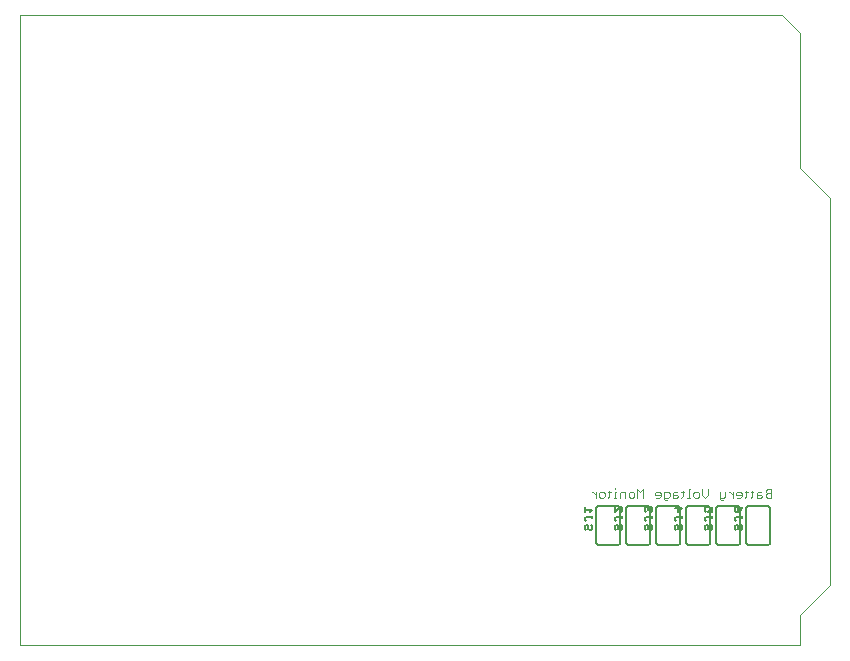
<source format=gbr>
G04 EAGLE Gerber RS-274X export*
G75*
%MOMM*%
%FSLAX34Y34*%
%LPD*%
%INSilkscreen Bottom*%
%IPPOS*%
%AMOC8*
5,1,8,0,0,1.08239X$1,22.5*%
G01*
%ADD10C,0.101600*%
%ADD11C,0.000000*%
%ADD12C,0.203200*%
%ADD13C,0.152400*%


D10*
X635762Y124968D02*
X635762Y132086D01*
X632203Y132086D01*
X631017Y130900D01*
X631017Y129713D01*
X632203Y128527D01*
X631017Y127341D01*
X631017Y126154D01*
X632203Y124968D01*
X635762Y124968D01*
X635762Y128527D02*
X632203Y128527D01*
X627092Y129713D02*
X624719Y129713D01*
X623532Y128527D01*
X623532Y124968D01*
X627092Y124968D01*
X628278Y126154D01*
X627092Y127341D01*
X623532Y127341D01*
X619607Y126154D02*
X619607Y130900D01*
X619607Y126154D02*
X618421Y124968D01*
X618421Y129713D02*
X620794Y129713D01*
X614618Y130900D02*
X614618Y126154D01*
X613432Y124968D01*
X613432Y129713D02*
X615804Y129713D01*
X609628Y124968D02*
X607256Y124968D01*
X609628Y124968D02*
X610815Y126154D01*
X610815Y128527D01*
X609628Y129713D01*
X607256Y129713D01*
X606069Y128527D01*
X606069Y127341D01*
X610815Y127341D01*
X603331Y129713D02*
X603331Y124968D01*
X603331Y127341D02*
X600958Y129713D01*
X599772Y129713D01*
X597094Y129713D02*
X597094Y126154D01*
X595908Y124968D01*
X592349Y124968D01*
X592349Y123782D02*
X592349Y129713D01*
X592349Y123782D02*
X593535Y122595D01*
X594721Y122595D01*
X582126Y127341D02*
X582126Y132086D01*
X582126Y127341D02*
X579753Y124968D01*
X577380Y127341D01*
X577380Y132086D01*
X573455Y124968D02*
X571082Y124968D01*
X569896Y126154D01*
X569896Y128527D01*
X571082Y129713D01*
X573455Y129713D01*
X574641Y128527D01*
X574641Y126154D01*
X573455Y124968D01*
X567157Y132086D02*
X565971Y132086D01*
X565971Y124968D01*
X567157Y124968D02*
X564785Y124968D01*
X560981Y126154D02*
X560981Y130900D01*
X560981Y126154D02*
X559795Y124968D01*
X559795Y129713D02*
X562168Y129713D01*
X555992Y129713D02*
X553619Y129713D01*
X552433Y128527D01*
X552433Y124968D01*
X555992Y124968D01*
X557178Y126154D01*
X555992Y127341D01*
X552433Y127341D01*
X547322Y122595D02*
X546135Y122595D01*
X544949Y123782D01*
X544949Y129713D01*
X548508Y129713D01*
X549694Y128527D01*
X549694Y126154D01*
X548508Y124968D01*
X544949Y124968D01*
X541024Y124968D02*
X538651Y124968D01*
X541024Y124968D02*
X542210Y126154D01*
X542210Y128527D01*
X541024Y129713D01*
X538651Y129713D01*
X537465Y128527D01*
X537465Y127341D01*
X542210Y127341D01*
X527242Y124968D02*
X527242Y132086D01*
X524869Y129713D01*
X522496Y132086D01*
X522496Y124968D01*
X518571Y124968D02*
X516199Y124968D01*
X515012Y126154D01*
X515012Y128527D01*
X516199Y129713D01*
X518571Y129713D01*
X519758Y128527D01*
X519758Y126154D01*
X518571Y124968D01*
X512273Y124968D02*
X512273Y129713D01*
X508714Y129713D01*
X507528Y128527D01*
X507528Y124968D01*
X504789Y129713D02*
X503603Y129713D01*
X503603Y124968D01*
X504789Y124968D02*
X502417Y124968D01*
X503603Y132086D02*
X503603Y133272D01*
X498614Y130900D02*
X498614Y126154D01*
X497427Y124968D01*
X497427Y129713D02*
X499800Y129713D01*
X493624Y124968D02*
X491251Y124968D01*
X490065Y126154D01*
X490065Y128527D01*
X491251Y129713D01*
X493624Y129713D01*
X494810Y128527D01*
X494810Y126154D01*
X493624Y124968D01*
X487326Y124968D02*
X487326Y129713D01*
X487326Y127341D02*
X484954Y129713D01*
X483767Y129713D01*
D11*
X660400Y0D02*
X0Y0D01*
X660400Y0D02*
X660400Y25400D01*
X685800Y50800D01*
X685800Y378460D01*
X660400Y403860D01*
X660400Y518160D01*
X645160Y533400D01*
X0Y533400D01*
X0Y0D01*
D12*
X508000Y87630D02*
X508000Y115570D01*
X487680Y87630D02*
X487682Y87530D01*
X487688Y87431D01*
X487698Y87331D01*
X487711Y87233D01*
X487729Y87134D01*
X487750Y87037D01*
X487775Y86941D01*
X487804Y86845D01*
X487837Y86751D01*
X487873Y86658D01*
X487913Y86567D01*
X487957Y86477D01*
X488004Y86389D01*
X488054Y86303D01*
X488108Y86219D01*
X488165Y86137D01*
X488225Y86058D01*
X488289Y85980D01*
X488355Y85906D01*
X488424Y85834D01*
X488496Y85765D01*
X488570Y85699D01*
X488648Y85635D01*
X488727Y85575D01*
X488809Y85518D01*
X488893Y85464D01*
X488979Y85414D01*
X489067Y85367D01*
X489157Y85323D01*
X489248Y85283D01*
X489341Y85247D01*
X489435Y85214D01*
X489531Y85185D01*
X489627Y85160D01*
X489724Y85139D01*
X489823Y85121D01*
X489921Y85108D01*
X490021Y85098D01*
X490120Y85092D01*
X490220Y85090D01*
X487680Y115570D02*
X487682Y115670D01*
X487688Y115769D01*
X487698Y115869D01*
X487711Y115967D01*
X487729Y116066D01*
X487750Y116163D01*
X487775Y116259D01*
X487804Y116355D01*
X487837Y116449D01*
X487873Y116542D01*
X487913Y116633D01*
X487957Y116723D01*
X488004Y116811D01*
X488054Y116897D01*
X488108Y116981D01*
X488165Y117063D01*
X488225Y117142D01*
X488289Y117220D01*
X488355Y117294D01*
X488424Y117366D01*
X488496Y117435D01*
X488570Y117501D01*
X488648Y117565D01*
X488727Y117625D01*
X488809Y117682D01*
X488893Y117736D01*
X488979Y117786D01*
X489067Y117833D01*
X489157Y117877D01*
X489248Y117917D01*
X489341Y117953D01*
X489435Y117986D01*
X489531Y118015D01*
X489627Y118040D01*
X489724Y118061D01*
X489823Y118079D01*
X489921Y118092D01*
X490021Y118102D01*
X490120Y118108D01*
X490220Y118110D01*
X505460Y118110D02*
X505560Y118108D01*
X505659Y118102D01*
X505759Y118092D01*
X505857Y118079D01*
X505956Y118061D01*
X506053Y118040D01*
X506149Y118015D01*
X506245Y117986D01*
X506339Y117953D01*
X506432Y117917D01*
X506523Y117877D01*
X506613Y117833D01*
X506701Y117786D01*
X506787Y117736D01*
X506871Y117682D01*
X506953Y117625D01*
X507032Y117565D01*
X507110Y117501D01*
X507184Y117435D01*
X507256Y117366D01*
X507325Y117294D01*
X507391Y117220D01*
X507455Y117142D01*
X507515Y117063D01*
X507572Y116981D01*
X507626Y116897D01*
X507676Y116811D01*
X507723Y116723D01*
X507767Y116633D01*
X507807Y116542D01*
X507843Y116449D01*
X507876Y116355D01*
X507905Y116259D01*
X507930Y116163D01*
X507951Y116066D01*
X507969Y115967D01*
X507982Y115869D01*
X507992Y115769D01*
X507998Y115670D01*
X508000Y115570D01*
X508000Y87630D02*
X507998Y87530D01*
X507992Y87431D01*
X507982Y87331D01*
X507969Y87233D01*
X507951Y87134D01*
X507930Y87037D01*
X507905Y86941D01*
X507876Y86845D01*
X507843Y86751D01*
X507807Y86658D01*
X507767Y86567D01*
X507723Y86477D01*
X507676Y86389D01*
X507626Y86303D01*
X507572Y86219D01*
X507515Y86137D01*
X507455Y86058D01*
X507391Y85980D01*
X507325Y85906D01*
X507256Y85834D01*
X507184Y85765D01*
X507110Y85699D01*
X507032Y85635D01*
X506953Y85575D01*
X506871Y85518D01*
X506787Y85464D01*
X506701Y85414D01*
X506613Y85367D01*
X506523Y85323D01*
X506432Y85283D01*
X506339Y85247D01*
X506245Y85214D01*
X506149Y85185D01*
X506053Y85160D01*
X505956Y85139D01*
X505857Y85121D01*
X505759Y85108D01*
X505659Y85098D01*
X505560Y85092D01*
X505460Y85090D01*
X490220Y85090D01*
X490220Y118110D02*
X505460Y118110D01*
X487680Y115570D02*
X487680Y87630D01*
D13*
X484384Y100994D02*
X483282Y102096D01*
X484384Y100994D02*
X484384Y98791D01*
X483282Y97690D01*
X482180Y97690D01*
X481079Y98791D01*
X481079Y100994D01*
X479977Y102096D01*
X478876Y102096D01*
X477774Y100994D01*
X477774Y98791D01*
X478876Y97690D01*
X478876Y105174D02*
X477774Y106275D01*
X477774Y107377D01*
X478876Y108479D01*
X484384Y108479D01*
X484384Y109580D02*
X484384Y107377D01*
X482180Y112658D02*
X484384Y114861D01*
X477774Y114861D01*
X477774Y112658D02*
X477774Y117064D01*
D12*
X533400Y115570D02*
X533400Y87630D01*
X515620Y85090D02*
X515520Y85092D01*
X515421Y85098D01*
X515321Y85108D01*
X515223Y85121D01*
X515124Y85139D01*
X515027Y85160D01*
X514931Y85185D01*
X514835Y85214D01*
X514741Y85247D01*
X514648Y85283D01*
X514557Y85323D01*
X514467Y85367D01*
X514379Y85414D01*
X514293Y85464D01*
X514209Y85518D01*
X514127Y85575D01*
X514048Y85635D01*
X513970Y85699D01*
X513896Y85765D01*
X513824Y85834D01*
X513755Y85906D01*
X513689Y85980D01*
X513625Y86058D01*
X513565Y86137D01*
X513508Y86219D01*
X513454Y86303D01*
X513404Y86389D01*
X513357Y86477D01*
X513313Y86567D01*
X513273Y86658D01*
X513237Y86751D01*
X513204Y86845D01*
X513175Y86941D01*
X513150Y87037D01*
X513129Y87134D01*
X513111Y87233D01*
X513098Y87331D01*
X513088Y87431D01*
X513082Y87530D01*
X513080Y87630D01*
X513080Y115570D02*
X513082Y115670D01*
X513088Y115769D01*
X513098Y115869D01*
X513111Y115967D01*
X513129Y116066D01*
X513150Y116163D01*
X513175Y116259D01*
X513204Y116355D01*
X513237Y116449D01*
X513273Y116542D01*
X513313Y116633D01*
X513357Y116723D01*
X513404Y116811D01*
X513454Y116897D01*
X513508Y116981D01*
X513565Y117063D01*
X513625Y117142D01*
X513689Y117220D01*
X513755Y117294D01*
X513824Y117366D01*
X513896Y117435D01*
X513970Y117501D01*
X514048Y117565D01*
X514127Y117625D01*
X514209Y117682D01*
X514293Y117736D01*
X514379Y117786D01*
X514467Y117833D01*
X514557Y117877D01*
X514648Y117917D01*
X514741Y117953D01*
X514835Y117986D01*
X514931Y118015D01*
X515027Y118040D01*
X515124Y118061D01*
X515223Y118079D01*
X515321Y118092D01*
X515421Y118102D01*
X515520Y118108D01*
X515620Y118110D01*
X530860Y118110D02*
X530960Y118108D01*
X531059Y118102D01*
X531159Y118092D01*
X531257Y118079D01*
X531356Y118061D01*
X531453Y118040D01*
X531549Y118015D01*
X531645Y117986D01*
X531739Y117953D01*
X531832Y117917D01*
X531923Y117877D01*
X532013Y117833D01*
X532101Y117786D01*
X532187Y117736D01*
X532271Y117682D01*
X532353Y117625D01*
X532432Y117565D01*
X532510Y117501D01*
X532584Y117435D01*
X532656Y117366D01*
X532725Y117294D01*
X532791Y117220D01*
X532855Y117142D01*
X532915Y117063D01*
X532972Y116981D01*
X533026Y116897D01*
X533076Y116811D01*
X533123Y116723D01*
X533167Y116633D01*
X533207Y116542D01*
X533243Y116449D01*
X533276Y116355D01*
X533305Y116259D01*
X533330Y116163D01*
X533351Y116066D01*
X533369Y115967D01*
X533382Y115869D01*
X533392Y115769D01*
X533398Y115670D01*
X533400Y115570D01*
X533400Y87630D02*
X533398Y87530D01*
X533392Y87431D01*
X533382Y87331D01*
X533369Y87233D01*
X533351Y87134D01*
X533330Y87037D01*
X533305Y86941D01*
X533276Y86845D01*
X533243Y86751D01*
X533207Y86658D01*
X533167Y86567D01*
X533123Y86477D01*
X533076Y86389D01*
X533026Y86303D01*
X532972Y86219D01*
X532915Y86137D01*
X532855Y86058D01*
X532791Y85980D01*
X532725Y85906D01*
X532656Y85834D01*
X532584Y85765D01*
X532510Y85699D01*
X532432Y85635D01*
X532353Y85575D01*
X532271Y85518D01*
X532187Y85464D01*
X532101Y85414D01*
X532013Y85367D01*
X531923Y85323D01*
X531832Y85283D01*
X531739Y85247D01*
X531645Y85214D01*
X531549Y85185D01*
X531453Y85160D01*
X531356Y85139D01*
X531257Y85121D01*
X531159Y85108D01*
X531059Y85098D01*
X530960Y85092D01*
X530860Y85090D01*
X515620Y85090D01*
X515620Y118110D02*
X530860Y118110D01*
X513080Y115570D02*
X513080Y87630D01*
D13*
X509784Y100994D02*
X508682Y102096D01*
X509784Y100994D02*
X509784Y98791D01*
X508682Y97690D01*
X507580Y97690D01*
X506479Y98791D01*
X506479Y100994D01*
X505377Y102096D01*
X504276Y102096D01*
X503174Y100994D01*
X503174Y98791D01*
X504276Y97690D01*
X504276Y105174D02*
X503174Y106275D01*
X503174Y107377D01*
X504276Y108479D01*
X509784Y108479D01*
X509784Y109580D02*
X509784Y107377D01*
X503174Y112658D02*
X503174Y117064D01*
X503174Y112658D02*
X507580Y117064D01*
X508682Y117064D01*
X509784Y115963D01*
X509784Y113759D01*
X508682Y112658D01*
D12*
X558800Y115570D02*
X558800Y87630D01*
X541020Y85090D02*
X540920Y85092D01*
X540821Y85098D01*
X540721Y85108D01*
X540623Y85121D01*
X540524Y85139D01*
X540427Y85160D01*
X540331Y85185D01*
X540235Y85214D01*
X540141Y85247D01*
X540048Y85283D01*
X539957Y85323D01*
X539867Y85367D01*
X539779Y85414D01*
X539693Y85464D01*
X539609Y85518D01*
X539527Y85575D01*
X539448Y85635D01*
X539370Y85699D01*
X539296Y85765D01*
X539224Y85834D01*
X539155Y85906D01*
X539089Y85980D01*
X539025Y86058D01*
X538965Y86137D01*
X538908Y86219D01*
X538854Y86303D01*
X538804Y86389D01*
X538757Y86477D01*
X538713Y86567D01*
X538673Y86658D01*
X538637Y86751D01*
X538604Y86845D01*
X538575Y86941D01*
X538550Y87037D01*
X538529Y87134D01*
X538511Y87233D01*
X538498Y87331D01*
X538488Y87431D01*
X538482Y87530D01*
X538480Y87630D01*
X538480Y115570D02*
X538482Y115670D01*
X538488Y115769D01*
X538498Y115869D01*
X538511Y115967D01*
X538529Y116066D01*
X538550Y116163D01*
X538575Y116259D01*
X538604Y116355D01*
X538637Y116449D01*
X538673Y116542D01*
X538713Y116633D01*
X538757Y116723D01*
X538804Y116811D01*
X538854Y116897D01*
X538908Y116981D01*
X538965Y117063D01*
X539025Y117142D01*
X539089Y117220D01*
X539155Y117294D01*
X539224Y117366D01*
X539296Y117435D01*
X539370Y117501D01*
X539448Y117565D01*
X539527Y117625D01*
X539609Y117682D01*
X539693Y117736D01*
X539779Y117786D01*
X539867Y117833D01*
X539957Y117877D01*
X540048Y117917D01*
X540141Y117953D01*
X540235Y117986D01*
X540331Y118015D01*
X540427Y118040D01*
X540524Y118061D01*
X540623Y118079D01*
X540721Y118092D01*
X540821Y118102D01*
X540920Y118108D01*
X541020Y118110D01*
X556260Y118110D02*
X556360Y118108D01*
X556459Y118102D01*
X556559Y118092D01*
X556657Y118079D01*
X556756Y118061D01*
X556853Y118040D01*
X556949Y118015D01*
X557045Y117986D01*
X557139Y117953D01*
X557232Y117917D01*
X557323Y117877D01*
X557413Y117833D01*
X557501Y117786D01*
X557587Y117736D01*
X557671Y117682D01*
X557753Y117625D01*
X557832Y117565D01*
X557910Y117501D01*
X557984Y117435D01*
X558056Y117366D01*
X558125Y117294D01*
X558191Y117220D01*
X558255Y117142D01*
X558315Y117063D01*
X558372Y116981D01*
X558426Y116897D01*
X558476Y116811D01*
X558523Y116723D01*
X558567Y116633D01*
X558607Y116542D01*
X558643Y116449D01*
X558676Y116355D01*
X558705Y116259D01*
X558730Y116163D01*
X558751Y116066D01*
X558769Y115967D01*
X558782Y115869D01*
X558792Y115769D01*
X558798Y115670D01*
X558800Y115570D01*
X558800Y87630D02*
X558798Y87530D01*
X558792Y87431D01*
X558782Y87331D01*
X558769Y87233D01*
X558751Y87134D01*
X558730Y87037D01*
X558705Y86941D01*
X558676Y86845D01*
X558643Y86751D01*
X558607Y86658D01*
X558567Y86567D01*
X558523Y86477D01*
X558476Y86389D01*
X558426Y86303D01*
X558372Y86219D01*
X558315Y86137D01*
X558255Y86058D01*
X558191Y85980D01*
X558125Y85906D01*
X558056Y85834D01*
X557984Y85765D01*
X557910Y85699D01*
X557832Y85635D01*
X557753Y85575D01*
X557671Y85518D01*
X557587Y85464D01*
X557501Y85414D01*
X557413Y85367D01*
X557323Y85323D01*
X557232Y85283D01*
X557139Y85247D01*
X557045Y85214D01*
X556949Y85185D01*
X556853Y85160D01*
X556756Y85139D01*
X556657Y85121D01*
X556559Y85108D01*
X556459Y85098D01*
X556360Y85092D01*
X556260Y85090D01*
X541020Y85090D01*
X541020Y118110D02*
X556260Y118110D01*
X538480Y115570D02*
X538480Y87630D01*
D13*
X535184Y100994D02*
X534082Y102096D01*
X535184Y100994D02*
X535184Y98791D01*
X534082Y97690D01*
X532980Y97690D01*
X531879Y98791D01*
X531879Y100994D01*
X530777Y102096D01*
X529676Y102096D01*
X528574Y100994D01*
X528574Y98791D01*
X529676Y97690D01*
X529676Y105174D02*
X528574Y106275D01*
X528574Y107377D01*
X529676Y108479D01*
X535184Y108479D01*
X535184Y109580D02*
X535184Y107377D01*
X534082Y112658D02*
X535184Y113759D01*
X535184Y115963D01*
X534082Y117064D01*
X532980Y117064D01*
X531879Y115963D01*
X531879Y114861D01*
X531879Y115963D02*
X530777Y117064D01*
X529676Y117064D01*
X528574Y115963D01*
X528574Y113759D01*
X529676Y112658D01*
D12*
X584200Y115570D02*
X584200Y87630D01*
X566420Y85090D02*
X566320Y85092D01*
X566221Y85098D01*
X566121Y85108D01*
X566023Y85121D01*
X565924Y85139D01*
X565827Y85160D01*
X565731Y85185D01*
X565635Y85214D01*
X565541Y85247D01*
X565448Y85283D01*
X565357Y85323D01*
X565267Y85367D01*
X565179Y85414D01*
X565093Y85464D01*
X565009Y85518D01*
X564927Y85575D01*
X564848Y85635D01*
X564770Y85699D01*
X564696Y85765D01*
X564624Y85834D01*
X564555Y85906D01*
X564489Y85980D01*
X564425Y86058D01*
X564365Y86137D01*
X564308Y86219D01*
X564254Y86303D01*
X564204Y86389D01*
X564157Y86477D01*
X564113Y86567D01*
X564073Y86658D01*
X564037Y86751D01*
X564004Y86845D01*
X563975Y86941D01*
X563950Y87037D01*
X563929Y87134D01*
X563911Y87233D01*
X563898Y87331D01*
X563888Y87431D01*
X563882Y87530D01*
X563880Y87630D01*
X563880Y115570D02*
X563882Y115670D01*
X563888Y115769D01*
X563898Y115869D01*
X563911Y115967D01*
X563929Y116066D01*
X563950Y116163D01*
X563975Y116259D01*
X564004Y116355D01*
X564037Y116449D01*
X564073Y116542D01*
X564113Y116633D01*
X564157Y116723D01*
X564204Y116811D01*
X564254Y116897D01*
X564308Y116981D01*
X564365Y117063D01*
X564425Y117142D01*
X564489Y117220D01*
X564555Y117294D01*
X564624Y117366D01*
X564696Y117435D01*
X564770Y117501D01*
X564848Y117565D01*
X564927Y117625D01*
X565009Y117682D01*
X565093Y117736D01*
X565179Y117786D01*
X565267Y117833D01*
X565357Y117877D01*
X565448Y117917D01*
X565541Y117953D01*
X565635Y117986D01*
X565731Y118015D01*
X565827Y118040D01*
X565924Y118061D01*
X566023Y118079D01*
X566121Y118092D01*
X566221Y118102D01*
X566320Y118108D01*
X566420Y118110D01*
X581660Y118110D02*
X581760Y118108D01*
X581859Y118102D01*
X581959Y118092D01*
X582057Y118079D01*
X582156Y118061D01*
X582253Y118040D01*
X582349Y118015D01*
X582445Y117986D01*
X582539Y117953D01*
X582632Y117917D01*
X582723Y117877D01*
X582813Y117833D01*
X582901Y117786D01*
X582987Y117736D01*
X583071Y117682D01*
X583153Y117625D01*
X583232Y117565D01*
X583310Y117501D01*
X583384Y117435D01*
X583456Y117366D01*
X583525Y117294D01*
X583591Y117220D01*
X583655Y117142D01*
X583715Y117063D01*
X583772Y116981D01*
X583826Y116897D01*
X583876Y116811D01*
X583923Y116723D01*
X583967Y116633D01*
X584007Y116542D01*
X584043Y116449D01*
X584076Y116355D01*
X584105Y116259D01*
X584130Y116163D01*
X584151Y116066D01*
X584169Y115967D01*
X584182Y115869D01*
X584192Y115769D01*
X584198Y115670D01*
X584200Y115570D01*
X584200Y87630D02*
X584198Y87530D01*
X584192Y87431D01*
X584182Y87331D01*
X584169Y87233D01*
X584151Y87134D01*
X584130Y87037D01*
X584105Y86941D01*
X584076Y86845D01*
X584043Y86751D01*
X584007Y86658D01*
X583967Y86567D01*
X583923Y86477D01*
X583876Y86389D01*
X583826Y86303D01*
X583772Y86219D01*
X583715Y86137D01*
X583655Y86058D01*
X583591Y85980D01*
X583525Y85906D01*
X583456Y85834D01*
X583384Y85765D01*
X583310Y85699D01*
X583232Y85635D01*
X583153Y85575D01*
X583071Y85518D01*
X582987Y85464D01*
X582901Y85414D01*
X582813Y85367D01*
X582723Y85323D01*
X582632Y85283D01*
X582539Y85247D01*
X582445Y85214D01*
X582349Y85185D01*
X582253Y85160D01*
X582156Y85139D01*
X582057Y85121D01*
X581959Y85108D01*
X581859Y85098D01*
X581760Y85092D01*
X581660Y85090D01*
X566420Y85090D01*
X566420Y118110D02*
X581660Y118110D01*
X563880Y115570D02*
X563880Y87630D01*
D13*
X560584Y100994D02*
X559482Y102096D01*
X560584Y100994D02*
X560584Y98791D01*
X559482Y97690D01*
X558380Y97690D01*
X557279Y98791D01*
X557279Y100994D01*
X556177Y102096D01*
X555076Y102096D01*
X553974Y100994D01*
X553974Y98791D01*
X555076Y97690D01*
X555076Y105174D02*
X553974Y106275D01*
X553974Y107377D01*
X555076Y108479D01*
X560584Y108479D01*
X560584Y109580D02*
X560584Y107377D01*
X560584Y115963D02*
X553974Y115963D01*
X557279Y112658D02*
X560584Y115963D01*
X557279Y117064D02*
X557279Y112658D01*
D12*
X609600Y115570D02*
X609600Y87630D01*
X591820Y85090D02*
X591720Y85092D01*
X591621Y85098D01*
X591521Y85108D01*
X591423Y85121D01*
X591324Y85139D01*
X591227Y85160D01*
X591131Y85185D01*
X591035Y85214D01*
X590941Y85247D01*
X590848Y85283D01*
X590757Y85323D01*
X590667Y85367D01*
X590579Y85414D01*
X590493Y85464D01*
X590409Y85518D01*
X590327Y85575D01*
X590248Y85635D01*
X590170Y85699D01*
X590096Y85765D01*
X590024Y85834D01*
X589955Y85906D01*
X589889Y85980D01*
X589825Y86058D01*
X589765Y86137D01*
X589708Y86219D01*
X589654Y86303D01*
X589604Y86389D01*
X589557Y86477D01*
X589513Y86567D01*
X589473Y86658D01*
X589437Y86751D01*
X589404Y86845D01*
X589375Y86941D01*
X589350Y87037D01*
X589329Y87134D01*
X589311Y87233D01*
X589298Y87331D01*
X589288Y87431D01*
X589282Y87530D01*
X589280Y87630D01*
X589280Y115570D02*
X589282Y115670D01*
X589288Y115769D01*
X589298Y115869D01*
X589311Y115967D01*
X589329Y116066D01*
X589350Y116163D01*
X589375Y116259D01*
X589404Y116355D01*
X589437Y116449D01*
X589473Y116542D01*
X589513Y116633D01*
X589557Y116723D01*
X589604Y116811D01*
X589654Y116897D01*
X589708Y116981D01*
X589765Y117063D01*
X589825Y117142D01*
X589889Y117220D01*
X589955Y117294D01*
X590024Y117366D01*
X590096Y117435D01*
X590170Y117501D01*
X590248Y117565D01*
X590327Y117625D01*
X590409Y117682D01*
X590493Y117736D01*
X590579Y117786D01*
X590667Y117833D01*
X590757Y117877D01*
X590848Y117917D01*
X590941Y117953D01*
X591035Y117986D01*
X591131Y118015D01*
X591227Y118040D01*
X591324Y118061D01*
X591423Y118079D01*
X591521Y118092D01*
X591621Y118102D01*
X591720Y118108D01*
X591820Y118110D01*
X607060Y118110D02*
X607160Y118108D01*
X607259Y118102D01*
X607359Y118092D01*
X607457Y118079D01*
X607556Y118061D01*
X607653Y118040D01*
X607749Y118015D01*
X607845Y117986D01*
X607939Y117953D01*
X608032Y117917D01*
X608123Y117877D01*
X608213Y117833D01*
X608301Y117786D01*
X608387Y117736D01*
X608471Y117682D01*
X608553Y117625D01*
X608632Y117565D01*
X608710Y117501D01*
X608784Y117435D01*
X608856Y117366D01*
X608925Y117294D01*
X608991Y117220D01*
X609055Y117142D01*
X609115Y117063D01*
X609172Y116981D01*
X609226Y116897D01*
X609276Y116811D01*
X609323Y116723D01*
X609367Y116633D01*
X609407Y116542D01*
X609443Y116449D01*
X609476Y116355D01*
X609505Y116259D01*
X609530Y116163D01*
X609551Y116066D01*
X609569Y115967D01*
X609582Y115869D01*
X609592Y115769D01*
X609598Y115670D01*
X609600Y115570D01*
X609600Y87630D02*
X609598Y87530D01*
X609592Y87431D01*
X609582Y87331D01*
X609569Y87233D01*
X609551Y87134D01*
X609530Y87037D01*
X609505Y86941D01*
X609476Y86845D01*
X609443Y86751D01*
X609407Y86658D01*
X609367Y86567D01*
X609323Y86477D01*
X609276Y86389D01*
X609226Y86303D01*
X609172Y86219D01*
X609115Y86137D01*
X609055Y86058D01*
X608991Y85980D01*
X608925Y85906D01*
X608856Y85834D01*
X608784Y85765D01*
X608710Y85699D01*
X608632Y85635D01*
X608553Y85575D01*
X608471Y85518D01*
X608387Y85464D01*
X608301Y85414D01*
X608213Y85367D01*
X608123Y85323D01*
X608032Y85283D01*
X607939Y85247D01*
X607845Y85214D01*
X607749Y85185D01*
X607653Y85160D01*
X607556Y85139D01*
X607457Y85121D01*
X607359Y85108D01*
X607259Y85098D01*
X607160Y85092D01*
X607060Y85090D01*
X591820Y85090D01*
X591820Y118110D02*
X607060Y118110D01*
X589280Y115570D02*
X589280Y87630D01*
D13*
X585984Y100994D02*
X584882Y102096D01*
X585984Y100994D02*
X585984Y98791D01*
X584882Y97690D01*
X583780Y97690D01*
X582679Y98791D01*
X582679Y100994D01*
X581577Y102096D01*
X580476Y102096D01*
X579374Y100994D01*
X579374Y98791D01*
X580476Y97690D01*
X580476Y105174D02*
X579374Y106275D01*
X579374Y107377D01*
X580476Y108479D01*
X585984Y108479D01*
X585984Y109580D02*
X585984Y107377D01*
X585984Y112658D02*
X585984Y117064D01*
X585984Y112658D02*
X582679Y112658D01*
X583780Y114861D01*
X583780Y115963D01*
X582679Y117064D01*
X580476Y117064D01*
X579374Y115963D01*
X579374Y113759D01*
X580476Y112658D01*
D12*
X635000Y115570D02*
X635000Y87630D01*
X617220Y85090D02*
X617120Y85092D01*
X617021Y85098D01*
X616921Y85108D01*
X616823Y85121D01*
X616724Y85139D01*
X616627Y85160D01*
X616531Y85185D01*
X616435Y85214D01*
X616341Y85247D01*
X616248Y85283D01*
X616157Y85323D01*
X616067Y85367D01*
X615979Y85414D01*
X615893Y85464D01*
X615809Y85518D01*
X615727Y85575D01*
X615648Y85635D01*
X615570Y85699D01*
X615496Y85765D01*
X615424Y85834D01*
X615355Y85906D01*
X615289Y85980D01*
X615225Y86058D01*
X615165Y86137D01*
X615108Y86219D01*
X615054Y86303D01*
X615004Y86389D01*
X614957Y86477D01*
X614913Y86567D01*
X614873Y86658D01*
X614837Y86751D01*
X614804Y86845D01*
X614775Y86941D01*
X614750Y87037D01*
X614729Y87134D01*
X614711Y87233D01*
X614698Y87331D01*
X614688Y87431D01*
X614682Y87530D01*
X614680Y87630D01*
X614680Y115570D02*
X614682Y115670D01*
X614688Y115769D01*
X614698Y115869D01*
X614711Y115967D01*
X614729Y116066D01*
X614750Y116163D01*
X614775Y116259D01*
X614804Y116355D01*
X614837Y116449D01*
X614873Y116542D01*
X614913Y116633D01*
X614957Y116723D01*
X615004Y116811D01*
X615054Y116897D01*
X615108Y116981D01*
X615165Y117063D01*
X615225Y117142D01*
X615289Y117220D01*
X615355Y117294D01*
X615424Y117366D01*
X615496Y117435D01*
X615570Y117501D01*
X615648Y117565D01*
X615727Y117625D01*
X615809Y117682D01*
X615893Y117736D01*
X615979Y117786D01*
X616067Y117833D01*
X616157Y117877D01*
X616248Y117917D01*
X616341Y117953D01*
X616435Y117986D01*
X616531Y118015D01*
X616627Y118040D01*
X616724Y118061D01*
X616823Y118079D01*
X616921Y118092D01*
X617021Y118102D01*
X617120Y118108D01*
X617220Y118110D01*
X632460Y118110D02*
X632560Y118108D01*
X632659Y118102D01*
X632759Y118092D01*
X632857Y118079D01*
X632956Y118061D01*
X633053Y118040D01*
X633149Y118015D01*
X633245Y117986D01*
X633339Y117953D01*
X633432Y117917D01*
X633523Y117877D01*
X633613Y117833D01*
X633701Y117786D01*
X633787Y117736D01*
X633871Y117682D01*
X633953Y117625D01*
X634032Y117565D01*
X634110Y117501D01*
X634184Y117435D01*
X634256Y117366D01*
X634325Y117294D01*
X634391Y117220D01*
X634455Y117142D01*
X634515Y117063D01*
X634572Y116981D01*
X634626Y116897D01*
X634676Y116811D01*
X634723Y116723D01*
X634767Y116633D01*
X634807Y116542D01*
X634843Y116449D01*
X634876Y116355D01*
X634905Y116259D01*
X634930Y116163D01*
X634951Y116066D01*
X634969Y115967D01*
X634982Y115869D01*
X634992Y115769D01*
X634998Y115670D01*
X635000Y115570D01*
X635000Y87630D02*
X634998Y87530D01*
X634992Y87431D01*
X634982Y87331D01*
X634969Y87233D01*
X634951Y87134D01*
X634930Y87037D01*
X634905Y86941D01*
X634876Y86845D01*
X634843Y86751D01*
X634807Y86658D01*
X634767Y86567D01*
X634723Y86477D01*
X634676Y86389D01*
X634626Y86303D01*
X634572Y86219D01*
X634515Y86137D01*
X634455Y86058D01*
X634391Y85980D01*
X634325Y85906D01*
X634256Y85834D01*
X634184Y85765D01*
X634110Y85699D01*
X634032Y85635D01*
X633953Y85575D01*
X633871Y85518D01*
X633787Y85464D01*
X633701Y85414D01*
X633613Y85367D01*
X633523Y85323D01*
X633432Y85283D01*
X633339Y85247D01*
X633245Y85214D01*
X633149Y85185D01*
X633053Y85160D01*
X632956Y85139D01*
X632857Y85121D01*
X632759Y85108D01*
X632659Y85098D01*
X632560Y85092D01*
X632460Y85090D01*
X617220Y85090D01*
X617220Y118110D02*
X632460Y118110D01*
X614680Y115570D02*
X614680Y87630D01*
D13*
X611384Y100994D02*
X610282Y102096D01*
X611384Y100994D02*
X611384Y98791D01*
X610282Y97690D01*
X609180Y97690D01*
X608079Y98791D01*
X608079Y100994D01*
X606977Y102096D01*
X605876Y102096D01*
X604774Y100994D01*
X604774Y98791D01*
X605876Y97690D01*
X605876Y105174D02*
X604774Y106275D01*
X604774Y107377D01*
X605876Y108479D01*
X611384Y108479D01*
X611384Y109580D02*
X611384Y107377D01*
X610282Y114861D02*
X611384Y117064D01*
X610282Y114861D02*
X608079Y112658D01*
X605876Y112658D01*
X604774Y113759D01*
X604774Y115963D01*
X605876Y117064D01*
X606977Y117064D01*
X608079Y115963D01*
X608079Y112658D01*
M02*

</source>
